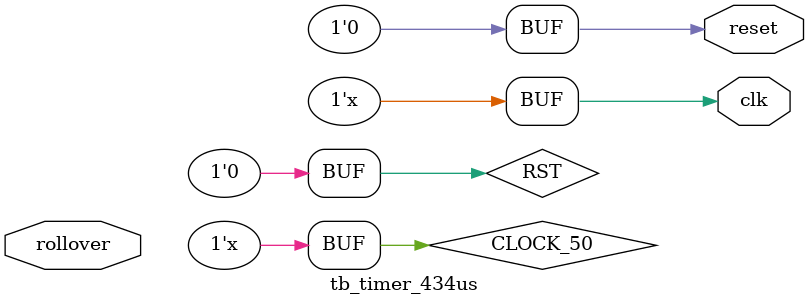
<source format=v>
`timescale 1ns/1ps

module tb_timer_434us (
	output wire clk, reset,
	input wire rollover
);

reg CLOCK_50, RST;

assign clk = CLOCK_50;
assign reset = RST;

initial begin
	CLOCK_50 = 1'b1;
	RST = 1'b1;
end

always begin
	#10 CLOCK_50 = ~CLOCK_50;
end

initial begin
	#10 RST = 1'b0;
end

timer_434us DUT (.clk(clk), .reset(reset), .rollover(rollover));

endmodule 
</source>
